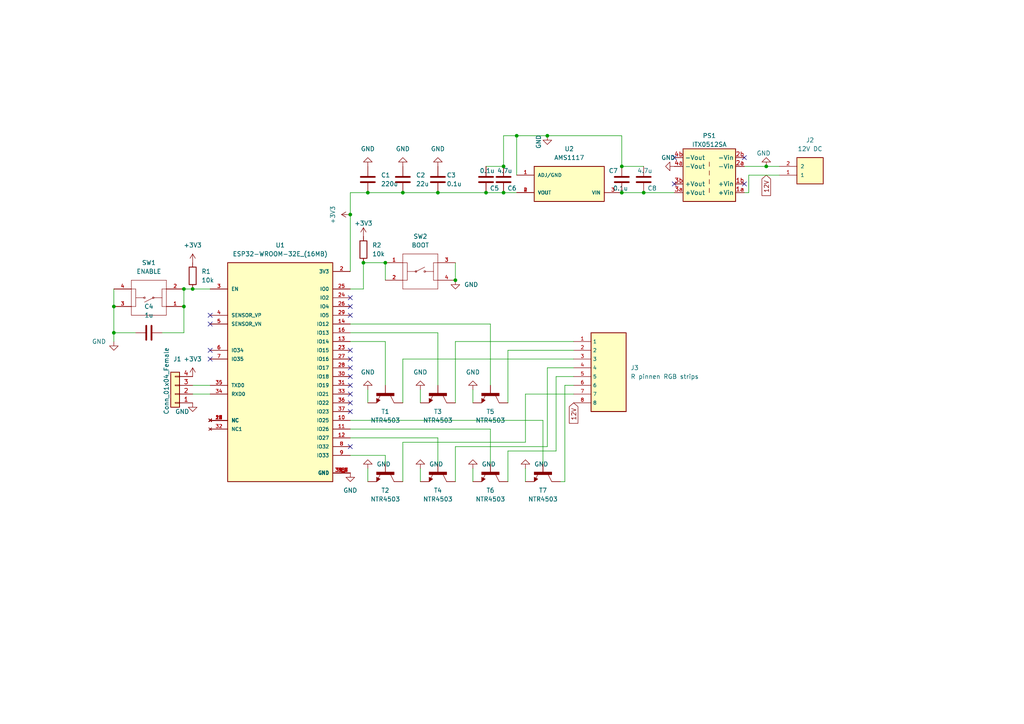
<source format=kicad_sch>
(kicad_sch (version 20211123) (generator eeschema)
  (paper "A4")
  (lib_symbols
    (symbol "1825910-6:1825910-6" (pin_names (offset 1.016) hide)
      (property "Reference" "SW" (at -5.08 5.842 0))
      (property "Value" "1825910-6" (at -5.08 -7.62 0))
      (symbol "1825910-6_0_0"
        (circle (center -1.27 0) (radius 0.254) (stroke (width 0.127)))
        (polyline (pts (xy -5.08 -5.08) (xy 5.08 -5.08)) (stroke (width 0.127)))
        (polyline (pts (xy -5.08 -2.54) (xy -5.08 -5.08)) (stroke (width 0.127)))
        (polyline (pts (xy -5.08 2.54) (xy -5.08 -2.54)) (stroke (width 0.127)))
        (polyline (pts (xy -5.08 2.54) (xy -3.81 2.54)) (stroke (width 0.127)))
        (polyline (pts (xy -5.08 5.08) (xy -5.08 2.54)) (stroke (width 0.127)))
        (polyline (pts (xy -5.08 5.08) (xy 5.08 5.08)) (stroke (width 0.127)))
        (polyline (pts (xy -3.81 -2.54) (xy -5.08 -2.54)) (stroke (width 0.127)))
        (polyline (pts (xy -3.81 0) (xy -3.81 -2.54)) (stroke (width 0.127)))
        (polyline (pts (xy -3.81 0) (xy -1.27 0)) (stroke (width 0.127)))
        (polyline (pts (xy -3.81 2.54) (xy -3.81 0)) (stroke (width 0.127)))
        (polyline (pts (xy -1.27 0) (xy 1.27 1.27)) (stroke (width 0.127)))
        (polyline (pts (xy 1.27 0) (xy 3.81 0)) (stroke (width 0.127)))
        (polyline (pts (xy 3.81 -2.54) (xy 5.08 -2.54)) (stroke (width 0.127)))
        (polyline (pts (xy 3.81 0) (xy 3.81 -2.54)) (stroke (width 0.127)))
        (polyline (pts (xy 3.81 0) (xy 3.81 2.54)) (stroke (width 0.127)))
        (polyline (pts (xy 3.81 2.54) (xy 5.08 2.54)) (stroke (width 0.127)))
        (polyline (pts (xy 5.08 -2.54) (xy 5.08 -5.08)) (stroke (width 0.127)))
        (polyline (pts (xy 5.08 2.54) (xy 5.08 -2.54)) (stroke (width 0.127)))
        (polyline (pts (xy 5.08 5.08) (xy 5.08 2.54)) (stroke (width 0.127)))
        (circle (center 1.27 0) (radius 0.254) (stroke (width 0.127)))
        (pin passive line (at -10.16 2.54 0) (length 5.08) (name "~") (number "1"))
        (pin passive line (at -10.16 -2.54 0) (length 5.08) (name "~") (number "2"))
        (pin passive line (at 10.16 2.54 180) (length 5.08) (name "~") (number "3"))
        (pin passive line (at 10.16 -2.54 180) (length 5.08) (name "~") (number "4"))
      )
    )
    (symbol "282841-2:282841-2" (pin_names (offset 1.016))
      (property "Reference" "J" (at 0 10.16 0))
      (property "Value" "282841-2" (at 0 -7.62 0))
      (symbol "282841-2_0_0"
        (rectangle (start -5.08 -2.54) (end 2.54 5.08) (stroke (width 0.254)) (fill (type background)))
        (pin passive line (at -10.16 2.54 0) (length 5.08) (name "1") (number "1"))
        (pin passive line (at -10.16 0 0) (length 5.08) (name "2") (number "2"))
      )
    )
    (symbol "282841-5:8_pin_connector"
      (property "Reference" "U" (at -5.08 12.7 0))
      (property "Value" "8_pin_connector" (at 0 -13.97 0))
      (symbol "8_pin_connector_0_0"
        (pin passive line (at -10.16 8.89 0) (length 5.08) (name "1") (number "1"))
        (pin passive line (at -10.16 6.35 0) (length 5.08) (name "2") (number "2"))
        (pin passive line (at -10.16 3.81 0) (length 5.08) (name "3") (number "3"))
        (pin passive line (at -10.16 1.27 0) (length 5.08) (name "4") (number "4"))
        (pin passive line (at -10.16 -1.27 0) (length 5.08) (name "5") (number "5"))
        (pin passive line (at -10.16 -3.81 0) (length 5.08) (name "6") (number "6"))
        (pin passive line (at -10.16 -6.35 0) (length 5.08) (name "7") (number "7"))
        (pin passive line (at -10.16 -8.89 0) (length 5.08) (name "8") (number "8"))
      )
      (symbol "8_pin_connector_0_1"
        (rectangle (start -5.08 11.43) (end 5.08 -11.43))
        (rectangle (start -5.08 11.43) (end 5.08 -11.43) (fill (type background)))
        (polyline (pts (xy -5.08 11.43) (xy -5.08 -11.43) (xy 5.08 -11.43) (xy 5.08 11.43) (xy -5.08 11.43)) (stroke (width 0.254)))
      )
    )
    (symbol "AMS1117:AMS1117" (pin_names (offset 1.016))
      (property "Reference" "U" (at -10.16 5.588 0))
      (property "Value" "AMS1117" (at -10.16 -8.128 0))
      (symbol "AMS1117_0_0"
        (rectangle (start -10.16 -5.08) (end 10.16 5.08) (stroke (width 0.254)) (fill (type background)))
        (pin power_in line (at 15.24 -2.54 180) (length 5.08) (name "ADJ/GND") (number "1"))
        (pin output line (at 15.24 2.54 180) (length 5.08) (name "VOUT") (number "2"))
        (pin input line (at -15.24 2.54 0) (length 5.08) (name "VIN") (number "3"))
        (pin output line (at 15.24 2.54 180) (length 5.08) (name "VOUT") (number "4"))
      )
    )
    (symbol "BC848:BC848" (pin_numbers hide) (pin_names (offset 1.016) hide)
      (property "Reference" "T" (at -10.1854 7.6454 0))
      (property "Value" "BC848" (at -10.16 5.08 0))
      (symbol "BC848_0_0"
        (rectangle (start -0.254 -2.54) (end 0.508 2.54) (fill (type outline)))
        (polyline (pts (xy 1.27 -2.54) (xy 1.778 -1.524)) (stroke (width 0.1524)))
        (polyline (pts (xy 1.524 -2.413) (xy 2.286 -2.413)) (stroke (width 0.254)))
        (polyline (pts (xy 1.524 -2.286) (xy 1.905 -2.286)) (stroke (width 0.254)))
        (polyline (pts (xy 1.5494 -2.032) (xy 0.3048 -1.4224)) (stroke (width 0.1524)))
        (polyline (pts (xy 1.778 -1.778) (xy 1.524 -2.286)) (stroke (width 0.254)))
        (polyline (pts (xy 1.778 -1.524) (xy 2.54 -2.54)) (stroke (width 0.1524)))
        (polyline (pts (xy 1.905 -2.286) (xy 1.778 -2.032)) (stroke (width 0.254)))
        (polyline (pts (xy 2.286 -2.413) (xy 1.778 -1.778)) (stroke (width 0.254)))
        (polyline (pts (xy 2.54 -2.54) (xy 1.27 -2.54)) (stroke (width 0.1524)))
        (polyline (pts (xy 2.54 2.54) (xy 0.508 1.524)) (stroke (width 0.1524)))
        (pin passive line (at -2.54 0 0) (length 2.54) (name "~") (number "1"))
        (pin passive line (at 2.54 -5.08 90) (length 2.54) (name "~") (number "2"))
        (pin passive line (at 2.54 5.08 270) (length 2.54) (name "~") (number "3"))
      )
    )
    (symbol "Connector_Generic:Conn_01x04" (pin_names (offset 1.016) hide)
      (property "Reference" "J" (at 0 5.08 0))
      (property "Value" "Conn_01x04" (at 0 -7.62 0))
      (symbol "Conn_01x04_1_1"
        (rectangle (start -1.27 -4.953) (end 0 -5.207) (stroke (width 0.1524)))
        (rectangle (start -1.27 -2.413) (end 0 -2.667) (stroke (width 0.1524)))
        (rectangle (start -1.27 0.127) (end 0 -0.127) (stroke (width 0.1524)))
        (rectangle (start -1.27 2.667) (end 0 2.413) (stroke (width 0.1524)))
        (rectangle (start -1.27 3.81) (end 1.27 -6.35) (stroke (width 0.254)) (fill (type background)))
        (pin passive line (at -5.08 2.54 0) (length 3.81) (name "Pin_1") (number "1"))
        (pin passive line (at -5.08 0 0) (length 3.81) (name "Pin_2") (number "2"))
        (pin passive line (at -5.08 -2.54 0) (length 3.81) (name "Pin_3") (number "3"))
        (pin passive line (at -5.08 -5.08 0) (length 3.81) (name "Pin_4") (number "4"))
      )
    )
    (symbol "Converter_DCDC:ITX0512SA"
      (property "Reference" "PS1" (at 0 -11.43 0))
      (property "Value" "ITX0512SA" (at 0 -8.89 0))
      (symbol "ITX0512SA_0_0"
        (pin power_in line (at -10.16 5.08 0) (length 2.54) (name "+Vin") (number "1a"))
        (pin power_in line (at -10.16 2.54 0) (length 2.54) (name "+Vin") (number "1b"))
        (pin power_in line (at -10.16 -2.54 0) (length 2.54) (name "-Vin") (number "2a"))
        (pin power_in line (at -10.16 -5.08 0) (length 2.54) (name "-Vin") (number "2b"))
        (pin power_out line (at 10.16 5.08 180) (length 2.54) (name "+Vout") (number "3a"))
        (pin power_out line (at 10.16 2.54 180) (length 2.54) (name "+Vout") (number "3b"))
        (pin power_out line (at 10.16 -2.54 180) (length 2.54) (name "-Vout") (number "4a"))
        (pin power_out line (at 10.16 -5.08 180) (length 2.54) (name "-Vout") (number "4b"))
      )
      (symbol "ITX0512SA_0_1"
        (rectangle (start -7.62 7.62) (end 7.62 -7.62) (stroke (width 0.254)) (fill (type background)))
        (polyline (pts (xy 0 -2.54) (xy 0 -3.81)))
        (polyline (pts (xy 0 0) (xy 0 -1.27)))
        (polyline (pts (xy 0 2.54) (xy 0 1.27)))
        (polyline (pts (xy 0 5.08) (xy 0 3.81)))
      )
    )
    (symbol "Device:C" (pin_numbers hide) (pin_names (offset 0.254))
      (property "Reference" "C" (at 0.635 2.54 0))
      (property "Value" "C" (at 0.635 -2.54 0))
      (symbol "C_0_1"
        (polyline (pts (xy -2.032 -0.762) (xy 2.032 -0.762)) (stroke (width 0.508)))
        (polyline (pts (xy -2.032 0.762) (xy 2.032 0.762)) (stroke (width 0.508)))
      )
      (symbol "C_1_1"
        (pin passive line (at 0 3.81 270) (length 2.794) (name "~") (number "1"))
        (pin passive line (at 0 -3.81 90) (length 2.794) (name "~") (number "2"))
      )
    )
    (symbol "Device:R" (pin_numbers hide) (pin_names (offset 0))
      (property "Reference" "R" (at 2.032 0 90))
      (property "Value" "R" (at 0 0 90))
      (symbol "R_0_1"
        (rectangle (start -1.016 -2.54) (end 1.016 2.54) (stroke (width 0.254)))
      )
      (symbol "R_1_1"
        (pin passive line (at 0 3.81 270) (length 1.27) (name "~") (number "1"))
        (pin passive line (at 0 -3.81 90) (length 1.27) (name "~") (number "2"))
      )
    )
    (symbol "ESP32-WROOM-32E__16MB_:ESP32-WROOM-32E_(16MB)" (pin_names (offset 1.016))
      (property "Reference" "U" (at -15.24 33.909 0))
      (property "Value" "ESP32-WROOM-32E_(16MB)" (at -15.24 -33.02 0))
      (symbol "ESP32-WROOM-32E_(16MB)_0_0"
        (rectangle (start -15.24 -30.48) (end 15.24 33.02) (stroke (width 0.254)) (fill (type background)))
        (pin power_in line (at 20.32 -27.94 180) (length 5.08) (name "GND") (number "1"))
        (pin bidirectional line (at 20.32 -12.7 180) (length 5.08) (name "IO25") (number "10"))
        (pin bidirectional line (at 20.32 -15.24 180) (length 5.08) (name "IO26") (number "11"))
        (pin bidirectional line (at 20.32 -17.78 180) (length 5.08) (name "IO27") (number "12"))
        (pin bidirectional line (at 20.32 10.16 180) (length 5.08) (name "IO14") (number "13"))
        (pin bidirectional line (at 20.32 15.24 180) (length 5.08) (name "IO12") (number "14"))
        (pin power_in line (at 20.32 -27.94 180) (length 5.08) (name "GND") (number "15"))
        (pin bidirectional line (at 20.32 12.7 180) (length 5.08) (name "IO13") (number "16"))
        (pin no_connect line (at -20.32 -12.7 0) (length 5.08) (name "NC") (number "17"))
        (pin no_connect line (at -20.32 -12.7 0) (length 5.08) (name "NC") (number "18"))
        (pin no_connect line (at -20.32 -12.7 0) (length 5.08) (name "NC") (number "19"))
        (pin power_in line (at 20.32 30.48 180) (length 5.08) (name "3V3") (number "2"))
        (pin no_connect line (at -20.32 -12.7 0) (length 5.08) (name "NC") (number "20"))
        (pin no_connect line (at -20.32 -12.7 0) (length 5.08) (name "NC") (number "21"))
        (pin no_connect line (at -20.32 -12.7 0) (length 5.08) (name "NC") (number "22"))
        (pin bidirectional line (at 20.32 7.62 180) (length 5.08) (name "IO15") (number "23"))
        (pin bidirectional line (at 20.32 22.86 180) (length 5.08) (name "IO2") (number "24"))
        (pin bidirectional line (at 20.32 25.4 180) (length 5.08) (name "IO0") (number "25"))
        (pin bidirectional line (at 20.32 20.32 180) (length 5.08) (name "IO4") (number "26"))
        (pin bidirectional line (at 20.32 5.08 180) (length 5.08) (name "IO16") (number "27"))
        (pin bidirectional line (at 20.32 2.54 180) (length 5.08) (name "IO17") (number "28"))
        (pin bidirectional line (at 20.32 17.78 180) (length 5.08) (name "IO5") (number "29"))
        (pin input line (at -20.32 25.4 0) (length 5.08) (name "EN") (number "3"))
        (pin bidirectional line (at 20.32 0 180) (length 5.08) (name "IO18") (number "30"))
        (pin bidirectional line (at 20.32 -2.54 180) (length 5.08) (name "IO19") (number "31"))
        (pin no_connect line (at -20.32 -15.24 0) (length 5.08) (name "NC1") (number "32"))
        (pin bidirectional line (at 20.32 -5.08 180) (length 5.08) (name "IO21") (number "33"))
        (pin bidirectional line (at -20.32 -5.08 0) (length 5.08) (name "RXD0") (number "34"))
        (pin bidirectional line (at -20.32 -2.54 0) (length 5.08) (name "TXD0") (number "35"))
        (pin bidirectional line (at 20.32 -7.62 180) (length 5.08) (name "IO22") (number "36"))
        (pin bidirectional line (at 20.32 -10.16 180) (length 5.08) (name "IO23") (number "37"))
        (pin power_in line (at 20.32 -27.94 180) (length 5.08) (name "GND") (number "38"))
        (pin power_in line (at 20.32 -27.94 180) (length 5.08) (name "GND") (number "39_1"))
        (pin power_in line (at 20.32 -27.94 180) (length 5.08) (name "GND") (number "39_2"))
        (pin power_in line (at 20.32 -27.94 180) (length 5.08) (name "GND") (number "39_3"))
        (pin power_in line (at 20.32 -27.94 180) (length 5.08) (name "GND") (number "39_4"))
        (pin power_in line (at 20.32 -27.94 180) (length 5.08) (name "GND") (number "39_5"))
        (pin power_in line (at 20.32 -27.94 180) (length 5.08) (name "GND") (number "39_6"))
        (pin power_in line (at 20.32 -27.94 180) (length 5.08) (name "GND") (number "39_7"))
        (pin power_in line (at 20.32 -27.94 180) (length 5.08) (name "GND") (number "39_8"))
        (pin power_in line (at 20.32 -27.94 180) (length 5.08) (name "GND") (number "39_9"))
        (pin input line (at -20.32 17.78 0) (length 5.08) (name "SENSOR_VP") (number "4"))
        (pin input line (at -20.32 15.24 0) (length 5.08) (name "SENSOR_VN") (number "5"))
        (pin input line (at -20.32 7.62 0) (length 5.08) (name "IO34") (number "6"))
        (pin input line (at -20.32 5.08 0) (length 5.08) (name "IO35") (number "7"))
        (pin bidirectional line (at 20.32 -20.32 180) (length 5.08) (name "IO32") (number "8"))
        (pin bidirectional line (at 20.32 -22.86 180) (length 5.08) (name "IO33") (number "9"))
      )
    )
    (symbol "power:+3V3" (power) (pin_names (offset 0))
      (property "Value" "+3V3" (at 0 3.556 0))
      (symbol "+3V3_0_1"
        (polyline (pts (xy -0.762 1.27) (xy 0 2.54)))
        (polyline (pts (xy 0 0) (xy 0 2.54)))
        (polyline (pts (xy 0 2.54) (xy 0.762 1.27)))
      )
      (symbol "+3V3_1_1"
        (pin power_in line (at 0 0 90) (length 0) hide (name "+3V3") (number "1"))
      )
    )
    (symbol "power:GND" (power) (pin_names (offset 0))
      (property "Value" "GND" (at 0 -3.81 0))
      (symbol "GND_0_1"
        (polyline (pts (xy 0 0) (xy 0 -1.27) (xy 1.27 -1.27) (xy 0 -2.54) (xy -1.27 -1.27) (xy 0 -1.27)))
      )
      (symbol "GND_1_1"
        (pin power_in line (at 0 0 270) (length 0) hide (name "GND") (number "1"))
      )
    )
  )
  (junction (at 186.69 55.88))
  (junction (at 146.05 55.88))
  (junction (at 132.08 81.28))
  (junction (at 116.84 55.88))
  (junction (at 53.34 83.82))
  (junction (at 158.75 39.37))
  (junction (at 127 55.88))
  (junction (at 53.34 88.9))
  (junction (at 106.68 55.88))
  (junction (at 105.41 76.2))
  (junction (at 140.97 55.88))
  (junction (at 180.34 48.26))
  (junction (at 33.02 96.52))
  (junction (at 111.76 76.2))
  (junction (at 149.86 39.37))
  (junction (at 55.88 83.82))
  (junction (at 101.6 62.23))
  (junction (at 33.02 88.9))
  (junction (at 222.25 48.26))
  (junction (at 146.05 48.26))
  (junction (at 180.34 55.88))
  (no_connect (at 195.58 53.34))
  (no_connect (at 215.9 45.72))
  (no_connect (at 195.58 45.72))
  (no_connect (at 215.9 53.34))
  (no_connect (at 60.96 101.6))
  (no_connect (at 60.96 104.14))
  (no_connect (at 60.96 91.44))
  (no_connect (at 60.96 93.98))
  (no_connect (at 101.6 111.76))
  (no_connect (at 101.6 114.3))
  (no_connect (at 101.6 116.84))
  (no_connect (at 101.6 119.38))
  (no_connect (at 101.6 129.54))
  (no_connect (at 101.6 104.14))
  (no_connect (at 101.6 109.22))
  (no_connect (at 101.6 101.6))
  (no_connect (at 101.6 106.68))
  (no_connect (at 101.6 88.9))
  (no_connect (at 101.6 91.44))
  (no_connect (at 101.6 86.36))
  (wire (pts (xy 158.75 129.54) (xy 158.75 106.68)))
  (wire (pts (xy 101.6 83.82) (xy 105.41 83.82)))
  (wire (pts (xy 132.08 129.54) (xy 158.75 129.54)))
  (wire (pts (xy 116.84 139.7) (xy 116.84 128.27)))
  (wire (pts (xy 105.41 76.2) (xy 105.41 83.82)))
  (wire (pts (xy 33.02 96.52) (xy 33.02 99.06)))
  (wire (pts (xy 127 127) (xy 127 134.62)))
  (wire (pts (xy 116.84 104.14) (xy 166.37 104.14)))
  (wire (pts (xy 33.02 88.9) (xy 33.02 83.82)))
  (wire (pts (xy 53.34 96.52) (xy 53.34 88.9)))
  (wire (pts (xy 106.68 55.88) (xy 116.84 55.88)))
  (wire (pts (xy 111.76 132.08) (xy 111.76 134.62)))
  (wire (pts (xy 137.16 113.03) (xy 137.16 116.84)))
  (wire (pts (xy 105.41 76.2) (xy 111.76 76.2)))
  (wire (pts (xy 146.05 55.88) (xy 149.86 55.88)))
  (wire (pts (xy 121.92 113.03) (xy 121.92 116.84)))
  (wire (pts (xy 163.83 111.76) (xy 166.37 111.76)))
  (wire (pts (xy 111.76 76.2) (xy 111.76 81.28)))
  (wire (pts (xy 55.88 111.76) (xy 60.96 111.76)))
  (wire (pts (xy 180.34 48.26) (xy 180.34 39.37)))
  (wire (pts (xy 132.08 139.7) (xy 132.08 129.54)))
  (wire (pts (xy 140.97 55.88) (xy 146.05 55.88)))
  (wire (pts (xy 101.6 99.06) (xy 111.76 99.06)))
  (wire (pts (xy 157.48 121.92) (xy 157.48 134.62)))
  (wire (pts (xy 161.29 130.81) (xy 161.29 109.22)))
  (wire (pts (xy 149.86 39.37) (xy 146.05 39.37)))
  (wire (pts (xy 142.24 93.98) (xy 142.24 111.76)))
  (wire (pts (xy 33.02 96.52) (xy 39.37 96.52)))
  (wire (pts (xy 147.32 101.6) (xy 166.37 101.6)))
  (wire (pts (xy 215.9 55.88) (xy 217.17 55.88)))
  (wire (pts (xy 137.16 135.89) (xy 137.16 139.7)))
  (wire (pts (xy 116.84 128.27) (xy 152.4 128.27)))
  (wire (pts (xy 101.6 96.52) (xy 127 96.52)))
  (wire (pts (xy 180.34 48.26) (xy 186.69 48.26)))
  (wire (pts (xy 158.75 39.37) (xy 149.86 39.37)))
  (wire (pts (xy 101.6 62.23) (xy 101.6 78.74)))
  (wire (pts (xy 111.76 99.06) (xy 111.76 111.76)))
  (wire (pts (xy 55.88 114.3) (xy 60.96 114.3)))
  (wire (pts (xy 101.6 93.98) (xy 142.24 93.98)))
  (wire (pts (xy 215.9 48.26) (xy 222.25 48.26)))
  (wire (pts (xy 163.83 139.7) (xy 163.83 111.76)))
  (wire (pts (xy 152.4 135.89) (xy 152.4 139.7)))
  (wire (pts (xy 116.84 55.88) (xy 127 55.88)))
  (wire (pts (xy 180.34 39.37) (xy 158.75 39.37)))
  (wire (pts (xy 217.17 50.8) (xy 226.06 50.8)))
  (wire (pts (xy 101.6 132.08) (xy 111.76 132.08)))
  (wire (pts (xy 101.6 55.88) (xy 106.68 55.88)))
  (wire (pts (xy 186.69 55.88) (xy 195.58 55.88)))
  (wire (pts (xy 152.4 128.27) (xy 152.4 114.3)))
  (wire (pts (xy 161.29 109.22) (xy 166.37 109.22)))
  (wire (pts (xy 101.6 55.88) (xy 101.6 62.23)))
  (wire (pts (xy 132.08 99.06) (xy 166.37 99.06)))
  (wire (pts (xy 222.25 48.26) (xy 226.06 48.26)))
  (wire (pts (xy 146.05 39.37) (xy 146.05 48.26)))
  (wire (pts (xy 152.4 114.3) (xy 166.37 114.3)))
  (wire (pts (xy 53.34 88.9) (xy 53.34 83.82)))
  (wire (pts (xy 121.92 135.89) (xy 121.92 139.7)))
  (wire (pts (xy 142.24 124.46) (xy 142.24 134.62)))
  (wire (pts (xy 217.17 55.88) (xy 217.17 50.8)))
  (wire (pts (xy 147.32 139.7) (xy 147.32 130.81)))
  (wire (pts (xy 147.32 116.84) (xy 147.32 101.6)))
  (wire (pts (xy 140.97 48.26) (xy 146.05 48.26)))
  (wire (pts (xy 53.34 83.82) (xy 55.88 83.82)))
  (wire (pts (xy 147.32 130.81) (xy 161.29 130.81)))
  (wire (pts (xy 46.99 96.52) (xy 53.34 96.52)))
  (wire (pts (xy 132.08 116.84) (xy 132.08 99.06)))
  (wire (pts (xy 101.6 127) (xy 127 127)))
  (wire (pts (xy 127 96.52) (xy 127 111.76)))
  (wire (pts (xy 106.68 113.03) (xy 106.68 116.84)))
  (wire (pts (xy 101.6 124.46) (xy 142.24 124.46)))
  (wire (pts (xy 162.56 139.7) (xy 163.83 139.7)))
  (wire (pts (xy 106.68 135.89) (xy 106.68 139.7)))
  (wire (pts (xy 158.75 106.68) (xy 166.37 106.68)))
  (wire (pts (xy 132.08 76.2) (xy 132.08 81.28)))
  (wire (pts (xy 101.6 121.92) (xy 157.48 121.92)))
  (wire (pts (xy 149.86 39.37) (xy 149.86 50.8)))
  (wire (pts (xy 116.84 116.84) (xy 116.84 104.14)))
  (wire (pts (xy 127 55.88) (xy 140.97 55.88)))
  (wire (pts (xy 33.02 88.9) (xy 33.02 96.52)))
  (wire (pts (xy 186.69 55.88) (xy 180.34 55.88)))
  (wire (pts (xy 55.88 83.82) (xy 60.96 83.82)))
  (global_label "12V" (shape input) (at 166.37 116.84 270) (property "Intersheet References" "${INTERSHEET_REFS}" (effects hide)))
  (global_label "12V" (shape input) (at 222.25 50.8 270) (property "Intersheet References" "${INTERSHEET_REFS}" (effects hide)))
  (symbol (lib_id "power:GND") (at 127 48.26 180) (unit 1)
    (property "Reference" "#PWR010" (effects hide))
    (property "Value" "GND" (at 127 43.18 0))
  )
  (symbol (lib_id "Device:R") (at 55.88 80.01 0) (unit 1)
    (property "Reference" "R1" (at 58.42 78.7399 0) (effects (justify left)))
    (property "Value" "10k" (at 58.42 81.2799 0) (effects (justify left)))
    (property "Footprint" "Resistor_SMD:R_0805_2012Metric" (effects hide))
  )
  (symbol (lib_id "power:+3V3") (at 55.88 109.22 0) (unit 1)
    (property "Reference" "#PWR0102" (effects hide))
    (property "Value" "+3V3" (at 55.88 104.14 0))
  )
  (symbol (lib_id "BC848:BC848") (at 111.76 114.3 270) (unit 1)
    (property "Reference" "T1" (at 111.76 119.38 90))
    (property "Value" "NTR4503" (at 111.76 121.92 90))
    (property "Footprint" "libraries:SOT23" (effects hide))
  )
  (symbol (lib_id "power:GND") (at 132.08 81.28 0) (unit 1)
    (property "Reference" "#PWR0101" (effects hide))
    (property "Value" "GND" (at 134.62 82.5499 0) (effects (justify left)))
  )
  (symbol (lib_id "282841-5:8_pin_connector") (at 176.53 107.95 0) (unit 1)
    (property "Reference" "J3" (at 182.88 106.6799 0) (effects (justify left)))
    (property "Value" "R pinnen RGB strips" (at 182.88 109.2199 0) (effects (justify left)))
    (property "Footprint" "libraries:TE_282841-8" (effects hide))
  )
  (symbol (lib_id "power:GND") (at 222.25 48.26 180) (unit 1)
    (property "Reference" "#PWR0110" (effects hide))
    (property "Value" "GND" (at 223.52 44.45 0) (effects (justify left)))
  )
  (symbol (lib_id "ESP32-WROOM-32E__16MB_:ESP32-WROOM-32E_(16MB)") (at 81.28 109.22 0) (unit 1)
    (property "Reference" "U1" (at 81.28 71.12 0))
    (property "Value" "ESP32-WROOM-32E_(16MB)" (at 81.28 73.66 0))
    (property "Footprint" "libraries:XCVR_ESP32-WROOM-32E_(16MB)" (effects hide))
    (property "PARTREV" "1.4" (effects hide))
    (property "STANDARD" "Manufacturer Recommendations" (effects hide))
    (property "MAXIMUM_PACKAGE_HEIGHT" "3.25mm" (effects hide))
    (property "MANUFACTURER" "Espressif Systems" (effects hide))
  )
  (symbol (lib_id "1825910-6:1825910-6") (at 121.92 78.74 0) (unit 1)
    (property "Reference" "SW2" (at 121.92 68.58 0))
    (property "Value" "BOOT" (at 121.92 71.12 0))
    (property "Footprint" "libraries:SW_1825910-6-4" (effects hide))
    (property "Comment" "1825910-6" (effects hide))
  )
  (symbol (lib_id "BC848:BC848") (at 142.24 137.16 270) (unit 1)
    (property "Reference" "T6" (at 142.24 142.24 90))
    (property "Value" "NTR4503" (at 142.24 144.78 90))
    (property "Footprint" "libraries:SOT23" (effects hide))
  )
  (symbol (lib_id "Device:C") (at 186.69 52.07 180) (unit 1)
    (property "Reference" "C8" (at 190.5 54.61 0) (effects (justify left)))
    (property "Value" "4.7u" (at 189.23 49.53 0) (effects (justify left)))
    (property "Footprint" "Capacitor_SMD:C_0805_2012Metric" (effects hide))
  )
  (symbol (lib_id "power:+3V3") (at 105.41 68.58 0) (unit 1)
    (property "Reference" "#PWR0106" (effects hide))
    (property "Value" "+3V3" (at 105.41 64.77 0))
  )
  (symbol (lib_id "Device:C") (at 146.05 52.07 180) (unit 1)
    (property "Reference" "C6" (at 149.86 54.61 0) (effects (justify left)))
    (property "Value" "4.7u" (at 148.59 49.53 0) (effects (justify left)))
    (property "Footprint" "Capacitor_SMD:C_0805_2012Metric" (effects hide))
  )
  (symbol (lib_id "Connector_Generic:Conn_01x04") (at 50.8 114.3 180) (unit 1)
    (property "Reference" "J1" (at 51.435 104.14 0))
    (property "Value" "Conn_01x04_Female" (at 48.26 110.49 90))
    (property "Footprint" "Connector_PinHeader_2.54mm:PinHeader_1x04_P2.54mm_Vertical" (effects hide))
  )
  (symbol (lib_id "Device:C") (at 116.84 52.07 180) (unit 1)
    (property "Reference" "C2" (at 120.65 50.7999 0) (effects (justify right)))
    (property "Value" "22u" (at 120.65 53.3399 0) (effects (justify right)))
    (property "Footprint" "Capacitor_SMD:C_0805_2012Metric" (effects hide))
  )
  (symbol (lib_id "power:GND") (at 152.4 135.89 180) (unit 1)
    (property "Reference" "#PWR014" (effects hide))
    (property "Value" "GND" (at 154.94 134.6199 0) (effects (justify right)))
  )
  (symbol (lib_id "power:GND") (at 55.88 116.84 0) (unit 1)
    (property "Reference" "#PWR0103" (effects hide))
    (property "Value" "GND" (at 50.8 119.38 0) (effects (justify left)))
  )
  (symbol (lib_id "power:+3V3") (at 55.88 76.2 0) (unit 1)
    (property "Reference" "#PWR0107" (effects hide))
    (property "Value" "+3V3" (at 55.88 71.12 0))
  )
  (symbol (lib_id "power:GND") (at 137.16 113.03 180) (unit 1)
    (property "Reference" "#PWR011" (effects hide))
    (property "Value" "GND" (at 137.16 107.95 0))
  )
  (symbol (lib_id "power:GND") (at 121.92 113.03 180) (unit 1)
    (property "Reference" "#PWR08" (effects hide))
    (property "Value" "GND" (at 121.92 107.95 0))
  )
  (symbol (lib_id "Device:C") (at 180.34 52.07 0) (unit 1)
    (property "Reference" "C7" (at 176.53 49.53 0) (effects (justify left)))
    (property "Value" "0.1u" (at 177.8 54.61 0) (effects (justify left)))
    (property "Footprint" "Capacitor_SMD:C_0805_2012Metric" (effects hide))
  )
  (symbol (lib_id "power:GND") (at 106.68 135.89 180) (unit 1)
    (property "Reference" "#PWR05" (effects hide))
    (property "Value" "GND" (at 109.22 134.6199 0) (effects (justify right)))
  )
  (symbol (lib_id "power:GND") (at 101.6 137.16 0) (unit 1)
    (property "Reference" "#PWR02" (effects hide))
    (property "Value" "GND" (at 101.6 142.24 0))
  )
  (symbol (lib_id "Converter_DCDC:ITX0512SA") (at 205.74 50.8 180) (unit 1)
    (property "Reference" "PS1" (at 205.74 39.37 0))
    (property "Value" "ITX0512SA" (at 205.74 41.91 0))
    (property "Footprint" "libraries:Buck Converter" (effects hide))
  )
  (symbol (lib_id "BC848:BC848") (at 127 137.16 270) (unit 1)
    (property "Reference" "T4" (at 127 142.24 90))
    (property "Value" "NTR4503" (at 127 144.78 90))
    (property "Footprint" "libraries:SOT23" (effects hide))
  )
  (symbol (lib_id "power:GND") (at 116.84 48.26 180) (unit 1)
    (property "Reference" "#PWR07" (effects hide))
    (property "Value" "GND" (at 116.84 43.18 0))
  )
  (symbol (lib_id "power:+3V3") (at 101.6 62.23 90) (unit 1)
    (property "Reference" "#PWR0104" (effects hide))
    (property "Value" "+3V3" (at 96.52 59.69 0) (effects (justify right)))
  )
  (symbol (lib_id "BC848:BC848") (at 142.24 114.3 270) (unit 1)
    (property "Reference" "T5" (at 142.24 119.38 90))
    (property "Value" "NTR4503" (at 142.24 121.92 90))
    (property "Footprint" "libraries:SOT23" (effects hide))
  )
  (symbol (lib_id "282841-2:282841-2") (at 236.22 48.26 0) (mirror x) (unit 1)
    (property "Reference" "J2" (at 234.95 40.64 0))
    (property "Value" "12V DC" (at 234.95 43.18 0))
    (property "Footprint" "libraries:TE_282841-2" (effects hide))
    (property "Comment" "282841-2" (effects hide))
    (property "EU_RoHS_Compliance" "Compliant with Exemptions" (effects hide))
  )
  (symbol (lib_id "AMS1117:AMS1117") (at 165.1 53.34 180) (unit 1)
    (property "Reference" "U2" (at 165.1 43.18 0))
    (property "Value" "AMS1117" (at 165.1 45.72 0))
    (property "Footprint" "libraries:SOT229P700X180-4N" (effects hide))
    (property "MANUFACTURER" "AMS" (effects hide))
    (property "MAXIMUM_PACKAGE_HEIGHT" "1.8mm" (effects hide))
    (property "PARTREV" "N/A" (effects hide))
    (property "STANDARD" "IPC-7351B" (effects hide))
  )
  (symbol (lib_id "BC848:BC848") (at 157.48 137.16 270) (unit 1)
    (property "Reference" "T7" (at 157.48 142.24 90))
    (property "Value" "NTR4503" (at 157.48 144.78 90))
    (property "Footprint" "libraries:SOT23" (effects hide))
  )
  (symbol (lib_id "Device:C") (at 127 52.07 180) (unit 1)
    (property "Reference" "C3" (at 129.54 50.8 0) (effects (justify right)))
    (property "Value" "0.1u" (at 129.54 53.34 0) (effects (justify right)))
    (property "Footprint" "Capacitor_SMD:C_0805_2012Metric" (effects hide))
  )
  (symbol (lib_id "Device:C") (at 140.97 52.07 180) (unit 1)
    (property "Reference" "C5" (at 144.78 54.61 0) (effects (justify left)))
    (property "Value" "0.1u" (at 143.51 49.53 0) (effects (justify left)))
    (property "Footprint" "Capacitor_SMD:C_0805_2012Metric" (effects hide))
  )
  (symbol (lib_id "Device:R") (at 105.41 72.39 0) (unit 1)
    (property "Reference" "R2" (at 107.95 71.1199 0) (effects (justify left)))
    (property "Value" "10k" (at 107.95 73.6599 0) (effects (justify left)))
    (property "Footprint" "Resistor_SMD:R_0805_2012Metric" (effects hide))
  )
  (symbol (lib_id "BC848:BC848") (at 111.76 137.16 270) (unit 1)
    (property "Reference" "T2" (at 111.76 142.24 90))
    (property "Value" "NTR4503" (at 111.76 144.78 90))
    (property "Footprint" "libraries:SOT23" (effects hide))
  )
  (symbol (lib_id "Device:C") (at 106.68 52.07 180) (unit 1)
    (property "Reference" "C1" (at 110.49 50.7999 0) (effects (justify right)))
    (property "Value" "220u" (at 110.49 53.3399 0) (effects (justify right)))
    (property "Footprint" "libraries:CAP_EEE0JA101WR" (effects hide))
  )
  (symbol (lib_id "power:GND") (at 195.58 48.26 270) (unit 1)
    (property "Reference" "#PWR0105" (effects hide))
    (property "Value" "GND" (at 191.77 45.72 90) (effects (justify left)))
  )
  (symbol (lib_id "power:GND") (at 106.68 113.03 180) (unit 1)
    (property "Reference" "#PWR04" (effects hide))
    (property "Value" "GND" (at 106.68 107.95 0))
  )
  (symbol (lib_id "BC848:BC848") (at 127 114.3 270) (unit 1)
    (property "Reference" "T3" (at 127 119.38 90))
    (property "Value" "NTR4503" (at 127 121.92 90))
    (property "Footprint" "libraries:SOT23" (effects hide))
  )
  (symbol (lib_id "power:GND") (at 137.16 135.89 180) (unit 1)
    (property "Reference" "#PWR012" (effects hide))
    (property "Value" "GND" (at 139.7 134.6199 0) (effects (justify right)))
  )
  (symbol (lib_id "power:GND") (at 33.02 99.06 0) (unit 1)
    (property "Reference" "#PWR0108" (effects hide))
    (property "Value" "GND" (at 26.67 99.06 0) (effects (justify left)))
  )
  (symbol (lib_id "power:GND") (at 106.68 48.26 180) (unit 1)
    (property "Reference" "#PWR03" (effects hide))
    (property "Value" "GND" (at 106.68 43.18 0))
  )
  (symbol (lib_id "power:GND") (at 121.92 135.89 180) (unit 1)
    (property "Reference" "#PWR09" (effects hide))
    (property "Value" "GND" (at 124.46 134.6199 0) (effects (justify right)))
  )
  (symbol (lib_id "Device:C") (at 43.18 96.52 90) (unit 1)
    (property "Reference" "C4" (at 43.18 88.9 90))
    (property "Value" "1u" (at 43.18 91.44 90))
    (property "Footprint" "Capacitor_SMD:C_0805_2012Metric" (effects hide))
  )
  (symbol (lib_id "1825910-6:1825910-6") (at 43.18 86.36 180) (unit 1)
    (property "Reference" "SW1" (at 43.18 76.2 0))
    (property "Value" "ENABLE" (at 43.18 78.74 0))
    (property "Footprint" "libraries:SW_1825910-6-4" (effects hide))
    (property "Comment" "1825910-6" (effects hide))
  )
  (symbol (lib_id "power:GND") (at 158.75 39.37 0) (unit 1)
    (property "Reference" "#PWR0109" (effects hide))
    (property "Value" "GND" (at 156.21 43.18 90) (effects (justify left)))
  )
)
</source>
